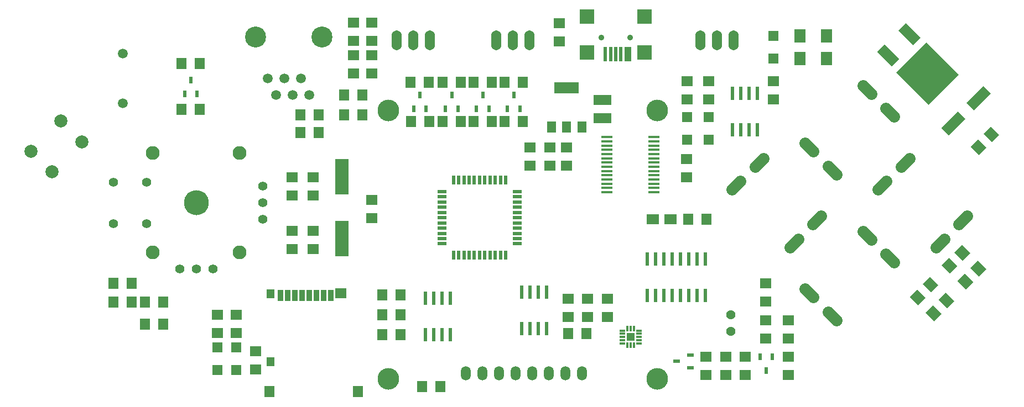
<source format=gbr>
%TF.GenerationSoftware,KiCad,Pcbnew,(5.1.5)-2*%
%TF.CreationDate,2019-12-16T21:25:58-05:00*%
%TF.ProjectId,Game_Cat,47616d65-5f43-4617-942e-6b696361645f,2.8*%
%TF.SameCoordinates,Original*%
%TF.FileFunction,Soldermask,Top*%
%TF.FilePolarity,Negative*%
%FSLAX46Y46*%
G04 Gerber Fmt 4.6, Leading zero omitted, Abs format (unit mm)*
G04 Created by KiCad (PCBNEW (5.1.5)-2) date 2019-12-16 21:25:58*
%MOMM*%
%LPD*%
G04 APERTURE LIST*
%ADD10C,2.013980*%
%ADD11C,1.805700*%
%ADD12C,1.515000*%
%ADD13R,1.615200X1.818400*%
%ADD14R,1.818400X1.615200*%
%ADD15C,0.100000*%
%ADD16R,1.965720X1.516140*%
%ADD17R,1.714260X2.115580*%
%ADD18R,2.707400X1.615200*%
%ADD19C,3.825000*%
%ADD20C,1.412000*%
%ADD21C,2.110500*%
%ADD22C,1.422160*%
%ADD23O,1.539000X3.063000*%
%ADD24C,3.317000*%
%ADD25O,1.513600X2.199400*%
%ADD26R,1.513600X1.513600*%
%ADD27R,1.015760X0.614440*%
%ADD28R,0.614440X1.015760*%
%ADD29R,3.814840X1.815860*%
%ADD30R,1.315480X1.815860*%
%ADD31C,1.437400*%
%ADD32C,1.516140*%
%ADD33C,3.215400*%
%ADD34R,1.305320X1.315480*%
%ADD35R,1.516140X1.714260*%
%ADD36R,1.714260X1.516140*%
%ADD37R,0.815100X1.693940*%
%ADD38R,0.614440X2.013980*%
%ADD39R,1.265000X1.265000*%
%ADD40R,0.828000X0.320000*%
%ADD41R,0.320000X0.828000*%
%ADD42R,1.666000X0.421400*%
%ADD43R,0.566180X1.315480*%
%ADD44R,1.315480X0.566180*%
%ADD45R,1.010680X2.212100*%
%ADD46R,2.212100X2.212100*%
%ADD47C,0.914160*%
%ADD48R,0.512840X2.212100*%
%ADD49R,2.013980X5.514100*%
G04 APERTURE END LIST*
D10*
%TO.C,B0*%
X73740247Y-89716356D03*
X65959753Y-91131644D03*
X70557644Y-86533753D03*
X69142356Y-94314247D03*
%TD*%
D11*
%TO.C,B1*%
X185716692Y-91175264D02*
X184450476Y-89909048D01*
X189236952Y-94695524D02*
X187970736Y-93429308D01*
X194553264Y-82338692D02*
X193287048Y-81072476D01*
X198073524Y-85858952D02*
X196807308Y-84592736D01*
%TD*%
%TO.C,B2*%
X199146736Y-93514692D02*
X200412952Y-92248476D01*
X195626476Y-97034952D02*
X196892692Y-95768736D01*
X207983308Y-102351264D02*
X209249524Y-101085048D01*
X204463048Y-105871524D02*
X205729264Y-104605308D01*
%TD*%
%TO.C,B3*%
X196807308Y-106944736D02*
X198073524Y-108210952D01*
X193287048Y-103424476D02*
X194553264Y-104690692D01*
X187970736Y-115781308D02*
X189236952Y-117047524D01*
X184450476Y-112261048D02*
X185716692Y-113527264D01*
%TD*%
%TO.C,B4*%
X183377264Y-104605308D02*
X182111048Y-105871524D01*
X186897524Y-101085048D02*
X185631308Y-102351264D01*
X174540692Y-95768736D02*
X173274476Y-97034952D01*
X178060952Y-92248476D02*
X176794736Y-93514692D01*
%TD*%
D12*
%TO.C,BZ1*%
X80010000Y-76210000D03*
X80010000Y-83810000D03*
%TD*%
D13*
%TO.C,C1*%
X122555000Y-119253000D03*
X119761000Y-119253000D03*
%TD*%
%TO.C,C2*%
X86207600Y-114312700D03*
X83413600Y-114312700D03*
%TD*%
D14*
%TO.C,C3*%
X105918000Y-97917000D03*
X105918000Y-95123000D03*
%TD*%
%TO.C,C4*%
X166250000Y-95147000D03*
X166250000Y-92353000D03*
%TD*%
D15*
%TO.C,C5*%
G36*
X206390131Y-88756988D02*
G01*
X205248012Y-87614869D01*
X207803623Y-85059258D01*
X208945742Y-86201377D01*
X206390131Y-88756988D01*
G37*
G36*
X210280377Y-84866742D02*
G01*
X209138258Y-83724623D01*
X211693869Y-81169012D01*
X212835988Y-82311131D01*
X210280377Y-84866742D01*
G37*
%TD*%
D14*
%TO.C,C6*%
X109169200Y-95148400D03*
X109169200Y-97942400D03*
%TD*%
%TO.C,C7*%
X109169200Y-103352600D03*
X109169200Y-106146600D03*
%TD*%
D16*
%TO.C,C8*%
X161125860Y-101600000D03*
X163874140Y-101600000D03*
%TD*%
D15*
%TO.C,C9*%
G36*
X213022670Y-89761133D02*
G01*
X211736867Y-88475330D01*
X212878986Y-87333211D01*
X214164789Y-88619014D01*
X213022670Y-89761133D01*
G37*
G36*
X211047014Y-91736789D02*
G01*
X209761211Y-90450986D01*
X210903330Y-89308867D01*
X212189133Y-90594670D01*
X211047014Y-91736789D01*
G37*
%TD*%
D14*
%TO.C,C10*%
X118110000Y-98615500D03*
X118110000Y-101409500D03*
%TD*%
D13*
%TO.C,C11*%
X166560500Y-101600000D03*
X169354500Y-101600000D03*
%TD*%
%TO.C,C12*%
X89027000Y-77724000D03*
X91821000Y-77724000D03*
%TD*%
D14*
%TO.C,C13*%
X146812000Y-71501000D03*
X146812000Y-74295000D03*
%TD*%
%TO.C,C14*%
X142290800Y-93345000D03*
X142290800Y-90551000D03*
%TD*%
%TO.C,C15*%
X154178000Y-113792000D03*
X154178000Y-116586000D03*
%TD*%
D13*
%TO.C,C16*%
X148209000Y-119126000D03*
X151003000Y-119126000D03*
%TD*%
D14*
%TO.C,C19*%
X178435000Y-111379000D03*
X178435000Y-114173000D03*
%TD*%
%TO.C,C20*%
X172339000Y-125476000D03*
X172339000Y-122682000D03*
%TD*%
%TO.C,C21*%
X181864000Y-122682000D03*
X181864000Y-125476000D03*
%TD*%
%TO.C,C22*%
X118110000Y-79197200D03*
X118110000Y-76403200D03*
%TD*%
D13*
%TO.C,C23*%
X125857000Y-127254000D03*
X128651000Y-127254000D03*
%TD*%
%TO.C,C24*%
X78600300Y-114300000D03*
X81394300Y-114300000D03*
%TD*%
%TO.C,C25*%
X83413600Y-117652800D03*
X86207600Y-117652800D03*
%TD*%
D14*
%TO.C,C26*%
X118110000Y-71450200D03*
X118110000Y-74244200D03*
%TD*%
D17*
%TO.C,D1*%
X187706000Y-76913740D03*
X187706000Y-73454260D03*
%TD*%
%TO.C,D2*%
X183642000Y-73454260D03*
X183642000Y-76913740D03*
%TD*%
D18*
%TO.C,F1*%
X153416000Y-86106000D03*
X153416000Y-83312000D03*
%TD*%
D19*
%TO.C,J1*%
X91249500Y-99085400D03*
D20*
X93789500Y-109245400D03*
X91249500Y-109245400D03*
X88709500Y-109245400D03*
D21*
X84582000Y-91465400D03*
X97917000Y-91465400D03*
X97917000Y-106705400D03*
X84582000Y-106705400D03*
D20*
X101409500Y-96545400D03*
X101409500Y-99085400D03*
X101409500Y-101625400D03*
D22*
X83629500Y-95910400D03*
X83629500Y-102260400D03*
X78549500Y-95910400D03*
X78549500Y-102260400D03*
%TD*%
D23*
%TO.C,J2*%
X168402000Y-74168000D03*
X170942000Y-74168000D03*
X173482000Y-74168000D03*
X173482000Y-74168000D03*
X170942000Y-74168000D03*
X168402000Y-74168000D03*
%TD*%
%TO.C,J3*%
X121920000Y-74168000D03*
X124460000Y-74168000D03*
X127000000Y-74168000D03*
X127000000Y-74168000D03*
X124460000Y-74168000D03*
X121920000Y-74168000D03*
%TD*%
%TO.C,J4*%
X137160000Y-74168000D03*
X139700000Y-74168000D03*
X142240000Y-74168000D03*
X142240000Y-74168000D03*
X139700000Y-74168000D03*
X137160000Y-74168000D03*
%TD*%
D24*
%TO.C,LCD1*%
X161804000Y-84863400D03*
X120656000Y-84863400D03*
X161804000Y-126011400D03*
X120656000Y-126011400D03*
D25*
X132540000Y-125247400D03*
X135080000Y-125247400D03*
X137620000Y-125247400D03*
X140160000Y-125247400D03*
X142700000Y-125247400D03*
X145240000Y-125247400D03*
X147780000Y-125247400D03*
X150320000Y-125247400D03*
%TD*%
D26*
%TO.C,LD1*%
X169672000Y-85882480D03*
X169672000Y-89377520D03*
%TD*%
%TO.C,LD2*%
X166370000Y-89377520D03*
X166370000Y-85882480D03*
%TD*%
%TO.C,LD3*%
X94488000Y-124683520D03*
X94488000Y-121188480D03*
%TD*%
%TO.C,LD4*%
X97345500Y-121188480D03*
X97345500Y-124683520D03*
%TD*%
%TO.C,LD5*%
X179578000Y-76931520D03*
X179578000Y-73436480D03*
%TD*%
D27*
%TO.C,Q1*%
X166878000Y-124333000D03*
X164764720Y-123380500D03*
X166878000Y-122428000D03*
%TD*%
D28*
%TO.C,Q2*%
X91376500Y-82336640D03*
X90424000Y-80223360D03*
X89471500Y-82336640D03*
%TD*%
%TO.C,Q3*%
X131305300Y-84648040D03*
X130352800Y-82534760D03*
X129400300Y-84648040D03*
%TD*%
%TO.C,Q4*%
X126428500Y-84660740D03*
X125476000Y-82547460D03*
X124523500Y-84660740D03*
%TD*%
D29*
%TO.C,Q5*%
X147955000Y-81455260D03*
D30*
X150256240Y-87454740D03*
X147955000Y-87454740D03*
X145653760Y-87454740D03*
%TD*%
D28*
%TO.C,Q7*%
X134150100Y-84648040D03*
X135102600Y-82534760D03*
X136055100Y-84648040D03*
%TD*%
%TO.C,Q8*%
X138899900Y-84648040D03*
X139852400Y-82534760D03*
X140804900Y-84648040D03*
%TD*%
D15*
%TO.C,R1*%
G36*
X208896730Y-109908267D02*
G01*
X210182533Y-111194070D01*
X209040414Y-112336189D01*
X207754611Y-111050386D01*
X208896730Y-109908267D01*
G37*
G36*
X210872386Y-107932611D02*
G01*
X212158189Y-109218414D01*
X211016070Y-110360533D01*
X209730267Y-109074730D01*
X210872386Y-107932611D01*
G37*
%TD*%
%TO.C,R2*%
G36*
X208433986Y-105494211D02*
G01*
X209719789Y-106780014D01*
X208577670Y-107922133D01*
X207291867Y-106636330D01*
X208433986Y-105494211D01*
G37*
G36*
X206458330Y-107469867D02*
G01*
X207744133Y-108755670D01*
X206602014Y-109897789D01*
X205316211Y-108611986D01*
X206458330Y-107469867D01*
G37*
%TD*%
D14*
%TO.C,R3*%
X178409600Y-117068600D03*
X178409600Y-119862600D03*
%TD*%
D15*
%TO.C,R4*%
G36*
X206139270Y-115237333D02*
G01*
X204853467Y-113951530D01*
X205995586Y-112809411D01*
X207281389Y-114095214D01*
X206139270Y-115237333D01*
G37*
G36*
X204163614Y-117212989D02*
G01*
X202877811Y-115927186D01*
X204019930Y-114785067D01*
X205305733Y-116070870D01*
X204163614Y-117212989D01*
G37*
%TD*%
%TO.C,R5*%
G36*
X201725214Y-114774589D02*
G01*
X200439411Y-113488786D01*
X201581530Y-112346667D01*
X202867333Y-113632470D01*
X201725214Y-114774589D01*
G37*
G36*
X203700870Y-112798933D02*
G01*
X202415067Y-111513130D01*
X203557186Y-110371011D01*
X204842989Y-111656814D01*
X203700870Y-112798933D01*
G37*
%TD*%
D31*
%TO.C,R6*%
X173101000Y-116205000D03*
X173101000Y-118745000D03*
%TD*%
D13*
%TO.C,R7*%
X78613000Y-111379000D03*
X81407000Y-111379000D03*
%TD*%
D14*
%TO.C,R8*%
X169291000Y-125476000D03*
X169291000Y-122682000D03*
%TD*%
%TO.C,R9*%
X105918000Y-103378000D03*
X105918000Y-106172000D03*
%TD*%
%TO.C,R10*%
X148209000Y-113792000D03*
X148209000Y-116586000D03*
%TD*%
%TO.C,R11*%
X151130000Y-116586000D03*
X151130000Y-113792000D03*
%TD*%
%TO.C,R12*%
X169672000Y-80391000D03*
X169672000Y-83185000D03*
%TD*%
%TO.C,R13*%
X166370000Y-80391000D03*
X166370000Y-83185000D03*
%TD*%
%TO.C,R14*%
X115316000Y-71450200D03*
X115316000Y-74244200D03*
%TD*%
D13*
%TO.C,R15*%
X89027000Y-84709000D03*
X91821000Y-84709000D03*
%TD*%
%TO.C,R16*%
X131787900Y-80619600D03*
X128993900Y-80619600D03*
%TD*%
%TO.C,R17*%
X128955800Y-86563200D03*
X131749800Y-86563200D03*
%TD*%
%TO.C,R18*%
X126873000Y-80619600D03*
X124079000Y-80619600D03*
%TD*%
%TO.C,R19*%
X124091700Y-86563200D03*
X126885700Y-86563200D03*
%TD*%
D14*
%TO.C,R20*%
X94488000Y-118999000D03*
X94488000Y-116205000D03*
%TD*%
%TO.C,R21*%
X97345500Y-118999000D03*
X97345500Y-116205000D03*
%TD*%
D13*
%TO.C,R22*%
X136499600Y-80619600D03*
X133705600Y-80619600D03*
%TD*%
%TO.C,R23*%
X136499600Y-86563200D03*
X133705600Y-86563200D03*
%TD*%
D14*
%TO.C,R24*%
X179578000Y-80391000D03*
X179578000Y-83185000D03*
%TD*%
D13*
%TO.C,R25*%
X119761000Y-116205000D03*
X122555000Y-116205000D03*
%TD*%
%TO.C,R27*%
X113919000Y-82550000D03*
X116713000Y-82550000D03*
%TD*%
D14*
%TO.C,R28*%
X145338800Y-90551000D03*
X145338800Y-93345000D03*
%TD*%
%TO.C,R29*%
X147955000Y-90551000D03*
X147955000Y-93345000D03*
%TD*%
%TO.C,R33*%
X181864000Y-119888000D03*
X181864000Y-117094000D03*
%TD*%
%TO.C,R34*%
X175260000Y-122682000D03*
X175260000Y-125476000D03*
%TD*%
D13*
%TO.C,R35*%
X141249400Y-80619600D03*
X138455400Y-80619600D03*
%TD*%
%TO.C,R36*%
X138455400Y-86563200D03*
X141249400Y-86563200D03*
%TD*%
D14*
%TO.C,R37*%
X115316000Y-79197200D03*
X115316000Y-76403200D03*
%TD*%
%TO.C,R38*%
X100330000Y-124650500D03*
X100330000Y-121856500D03*
%TD*%
D13*
%TO.C,R39*%
X119761000Y-113157000D03*
X122555000Y-113157000D03*
%TD*%
%TO.C,R40*%
X113919000Y-85598000D03*
X116713000Y-85598000D03*
%TD*%
%TO.C,R41*%
X109982000Y-85598000D03*
X107188000Y-85598000D03*
%TD*%
%TO.C,R42*%
X109982000Y-88265000D03*
X107188000Y-88265000D03*
%TD*%
D32*
%TO.C,RJ1*%
X108585000Y-82550000D03*
X107315000Y-80010000D03*
X106045000Y-82550000D03*
X104775000Y-80010000D03*
X103505000Y-82550000D03*
X102235000Y-80010000D03*
D33*
X100330000Y-73660000D03*
X110490000Y-73660000D03*
%TD*%
D34*
%TO.C,SD1*%
X102616000Y-123444000D03*
D35*
X102471220Y-128026160D03*
D36*
X113411000Y-112966500D03*
D35*
X115968780Y-128026160D03*
D34*
X102616000Y-113030000D03*
D37*
X104160320Y-113266220D03*
X105260140Y-113266220D03*
X106359960Y-113266220D03*
X107459780Y-113266220D03*
X108562140Y-113266220D03*
X109661960Y-113266220D03*
X110761780Y-113266220D03*
X111861600Y-113266220D03*
%TD*%
D38*
%TO.C,U1*%
X169164000Y-113284000D03*
X167894000Y-113284000D03*
X166624000Y-113284000D03*
X165354000Y-113284000D03*
X164084000Y-113284000D03*
X162814000Y-113284000D03*
X161544000Y-113284000D03*
X160274000Y-113284000D03*
X160274000Y-107696000D03*
X161544000Y-107696000D03*
X162814000Y-107696000D03*
X164084000Y-107696000D03*
X165354000Y-107696000D03*
X166624000Y-107696000D03*
X167894000Y-107696000D03*
X169164000Y-107696000D03*
%TD*%
%TO.C,U2*%
X130175000Y-113665000D03*
X128905000Y-113665000D03*
X127635000Y-113665000D03*
X126365000Y-113665000D03*
X126365000Y-119253000D03*
X127635000Y-119253000D03*
X128905000Y-119253000D03*
X130175000Y-119253000D03*
%TD*%
%TO.C,U3*%
X141097000Y-112776000D03*
X142367000Y-112776000D03*
X143637000Y-112776000D03*
X144907000Y-112776000D03*
X144907000Y-118364000D03*
X143637000Y-118364000D03*
X142367000Y-118364000D03*
X141097000Y-118364000D03*
%TD*%
D39*
%TO.C,U4*%
X157729000Y-119650000D03*
D40*
X156454000Y-120650000D03*
X156454000Y-120150000D03*
X156454000Y-118650000D03*
X156454000Y-119150000D03*
X159004000Y-119650000D03*
D41*
X158229000Y-120925000D03*
X157229000Y-120925000D03*
X157229000Y-118375000D03*
X157729000Y-120925000D03*
D40*
X159004000Y-118650000D03*
X159004000Y-119150000D03*
X159004000Y-120650000D03*
X156454000Y-119650000D03*
X159004000Y-120150000D03*
D41*
X157729000Y-118375000D03*
X158229000Y-118375000D03*
%TD*%
D42*
%TO.C,U5*%
X154134820Y-90291920D03*
X154134820Y-89644220D03*
X154134820Y-88993980D03*
X161333180Y-88993980D03*
X161333180Y-89644220D03*
X161333180Y-90291920D03*
X161333180Y-96144080D03*
X161333180Y-96791780D03*
X161333180Y-97442020D03*
X154134820Y-97442020D03*
X154134820Y-96791780D03*
X154134820Y-96144080D03*
X154134820Y-94843600D03*
X161333180Y-90942160D03*
X154134820Y-94193360D03*
X154134820Y-93543120D03*
X154134820Y-92892880D03*
X154134820Y-92242640D03*
X154134820Y-91592400D03*
X154134820Y-90942160D03*
X161333180Y-94193360D03*
X161333180Y-94843600D03*
X161333180Y-95493840D03*
X154134820Y-95493840D03*
X161333180Y-91592400D03*
X161333180Y-92242640D03*
X161333180Y-92892880D03*
X161333180Y-93543120D03*
%TD*%
D43*
%TO.C,U6*%
X138620500Y-107096560D03*
X137820400Y-107096560D03*
X137020300Y-107096560D03*
D44*
X128869440Y-105346500D03*
X128869440Y-104546400D03*
X128869440Y-103746300D03*
D43*
X130619500Y-95595440D03*
X131419600Y-95595440D03*
X132219700Y-95595440D03*
D44*
X140370560Y-97345500D03*
X140370560Y-98145600D03*
X140370560Y-98945700D03*
D43*
X136220200Y-107096560D03*
X135420100Y-107096560D03*
X134620000Y-107096560D03*
X133819900Y-107096560D03*
X133019800Y-107096560D03*
X132219700Y-107096560D03*
X131419600Y-107096560D03*
X130619500Y-107096560D03*
D44*
X128869440Y-102946200D03*
X128869440Y-102146100D03*
X128869440Y-101346000D03*
X128869440Y-100545900D03*
X128869440Y-99745800D03*
X128869440Y-98945700D03*
X128869440Y-98145600D03*
X128869440Y-97345500D03*
D43*
X133019800Y-95595440D03*
X133819900Y-95595440D03*
X134620000Y-95595440D03*
X135420100Y-95595440D03*
X136220200Y-95595440D03*
X137020300Y-95595440D03*
X137820400Y-95595440D03*
X138620500Y-95595440D03*
D44*
X140370560Y-103746300D03*
X140370560Y-104546400D03*
X140370560Y-105346500D03*
X140370560Y-99745800D03*
X140370560Y-100545900D03*
X140370560Y-101346000D03*
X140370560Y-102146100D03*
X140370560Y-102946200D03*
%TD*%
D38*
%TO.C,U7*%
X173355000Y-82296000D03*
X174625000Y-82296000D03*
X175895000Y-82296000D03*
X177165000Y-82296000D03*
X177165000Y-87884000D03*
X175895000Y-87884000D03*
X174625000Y-87884000D03*
X173355000Y-87884000D03*
%TD*%
D15*
%TO.C,U8*%
G36*
X203023089Y-74464387D02*
G01*
X207983613Y-79424911D01*
X203376911Y-84031613D01*
X198416387Y-79071089D01*
X203023089Y-74464387D01*
G37*
G36*
X196588736Y-74749061D02*
G01*
X198862367Y-77022692D01*
X197720248Y-78164811D01*
X195446617Y-75891180D01*
X196588736Y-74749061D01*
G37*
G36*
X199843180Y-71494617D02*
G01*
X202116811Y-73768248D01*
X200974692Y-74910367D01*
X198701061Y-72636736D01*
X199843180Y-71494617D01*
G37*
%TD*%
D28*
%TO.C,U10*%
X177546000Y-122682000D03*
X178498500Y-124795280D03*
X179451000Y-122682000D03*
%TD*%
D45*
%TO.C,USB1*%
X157289500Y-76288900D03*
D46*
X151018240Y-70510400D03*
X159877760Y-70510400D03*
X159877760Y-76009500D03*
D47*
X153248360Y-73761600D03*
X157645100Y-73761600D03*
D48*
X153850340Y-76288900D03*
X154650440Y-76288900D03*
X155448000Y-76288900D03*
X156245560Y-76288900D03*
D46*
X151018240Y-76009500D03*
%TD*%
D49*
%TO.C,X1*%
X113538000Y-104571800D03*
X113538000Y-95072200D03*
%TD*%
M02*

</source>
